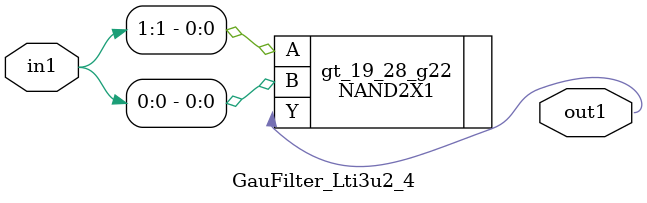
<source format=v>
`timescale 1ps / 1ps


module GauFilter_Lti3u2_4(in1, out1);
  input [1:0] in1;
  output out1;
  wire [1:0] in1;
  wire out1;
  NAND2X1 gt_19_28_g22(.A (in1[1]), .B (in1[0]), .Y (out1));
endmodule


</source>
